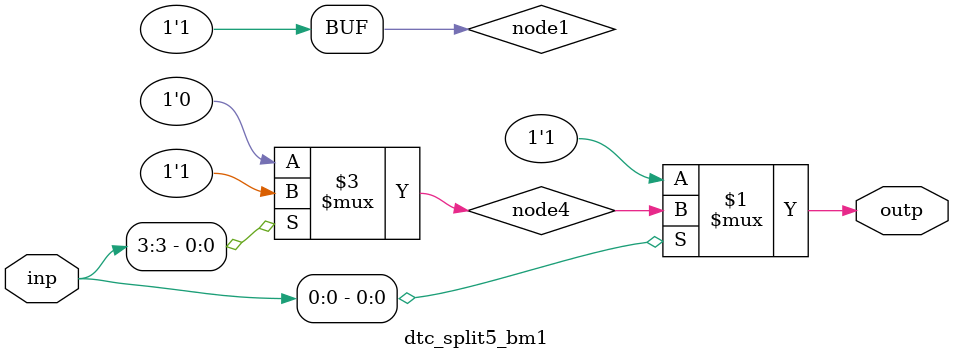
<source format=v>
module dtc_split5_bm1 (
	input  wire [6-1:0] inp,
	output wire [1-1:0] outp
);

	wire [1-1:0] node1;
	wire [1-1:0] node4;

	assign outp = (inp[0]) ? node4 : node1;
		assign node1 = (inp[3]) ? 1'b1 : 1'b1;
		assign node4 = (inp[3]) ? 1'b1 : 1'b0;

endmodule
</source>
